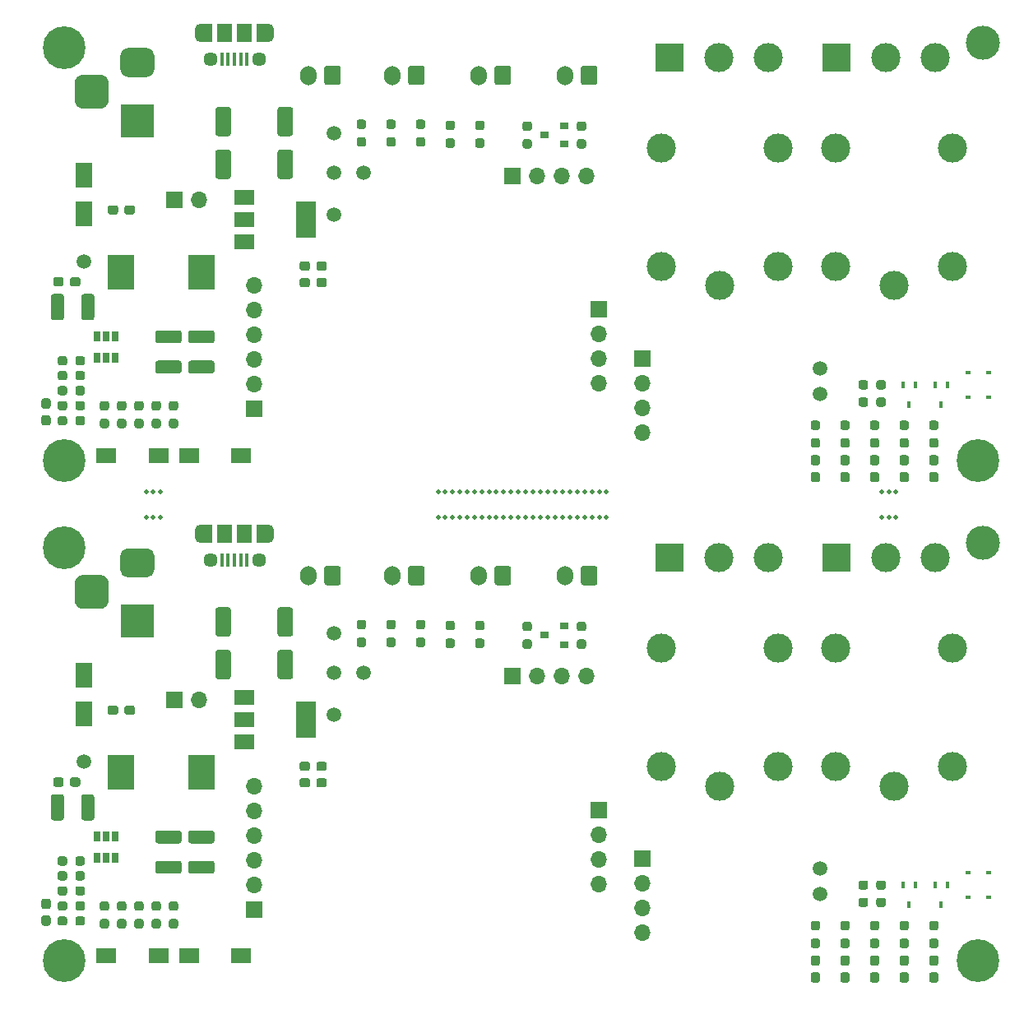
<source format=gbr>
G04 #@! TF.GenerationSoftware,KiCad,Pcbnew,5.1.9-73d0e3b20d~88~ubuntu18.04.1*
G04 #@! TF.CreationDate,2021-03-27T22:47:01+02:00*
G04 #@! TF.ProjectId,,58585858-5858-4585-9858-585858585858,1*
G04 #@! TF.SameCoordinates,Original*
G04 #@! TF.FileFunction,Soldermask,Top*
G04 #@! TF.FilePolarity,Negative*
%FSLAX46Y46*%
G04 Gerber Fmt 4.6, Leading zero omitted, Abs format (unit mm)*
G04 Created by KiCad (PCBNEW 5.1.9-73d0e3b20d~88~ubuntu18.04.1) date 2021-03-27 22:47:01*
%MOMM*%
%LPD*%
G01*
G04 APERTURE LIST*
%ADD10R,0.650000X1.060000*%
%ADD11R,2.000000X1.500000*%
%ADD12R,2.000000X3.800000*%
%ADD13C,1.500000*%
%ADD14R,3.500000X3.500000*%
%ADD15C,3.000000*%
%ADD16R,0.450000X0.700000*%
%ADD17R,0.600000X0.450000*%
%ADD18O,1.700000X2.000000*%
%ADD19C,0.700000*%
%ADD20C,4.400000*%
%ADD21R,0.900000X0.800000*%
%ADD22O,1.700000X1.700000*%
%ADD23R,1.700000X1.700000*%
%ADD24R,3.000000X3.000000*%
%ADD25R,2.700000X3.600000*%
%ADD26R,1.800000X2.500000*%
%ADD27R,1.200000X1.900000*%
%ADD28O,1.200000X1.900000*%
%ADD29R,1.500000X1.900000*%
%ADD30C,1.450000*%
%ADD31R,0.400000X1.350000*%
%ADD32C,2.600000*%
%ADD33C,3.500000*%
%ADD34R,2.000000X1.600000*%
%ADD35C,0.500000*%
G04 APERTURE END LIST*
D10*
X103250000Y-135400000D03*
X104200000Y-135400000D03*
X102300000Y-135400000D03*
X102300000Y-133200000D03*
X103250000Y-133200000D03*
X104200000Y-133200000D03*
D11*
X117474000Y-118886000D03*
X117474000Y-123486000D03*
X117474000Y-121186000D03*
D12*
X123774000Y-121186000D03*
D13*
X129768000Y-116360000D03*
G36*
G01*
X98250000Y-140587500D02*
X98250000Y-140112500D01*
G75*
G02*
X98487500Y-139875000I237500J0D01*
G01*
X98987500Y-139875000D01*
G75*
G02*
X99225000Y-140112500I0J-237500D01*
G01*
X99225000Y-140587500D01*
G75*
G02*
X98987500Y-140825000I-237500J0D01*
G01*
X98487500Y-140825000D01*
G75*
G02*
X98250000Y-140587500I0J237500D01*
G01*
G37*
G36*
G01*
X100075000Y-140587500D02*
X100075000Y-140112500D01*
G75*
G02*
X100312500Y-139875000I237500J0D01*
G01*
X100812500Y-139875000D01*
G75*
G02*
X101050000Y-140112500I0J-237500D01*
G01*
X101050000Y-140587500D01*
G75*
G02*
X100812500Y-140825000I-237500J0D01*
G01*
X100312500Y-140825000D01*
G75*
G02*
X100075000Y-140587500I0J237500D01*
G01*
G37*
X176700000Y-136525000D03*
D14*
X106450000Y-111025000D03*
G36*
G01*
X105450000Y-103525000D02*
X107450000Y-103525000D01*
G75*
G02*
X108200000Y-104275000I0J-750000D01*
G01*
X108200000Y-105775000D01*
G75*
G02*
X107450000Y-106525000I-750000J0D01*
G01*
X105450000Y-106525000D01*
G75*
G02*
X104700000Y-105775000I0J750000D01*
G01*
X104700000Y-104275000D01*
G75*
G02*
X105450000Y-103525000I750000J0D01*
G01*
G37*
G36*
G01*
X100875000Y-106275000D02*
X102625000Y-106275000D01*
G75*
G02*
X103500000Y-107150000I0J-875000D01*
G01*
X103500000Y-108900000D01*
G75*
G02*
X102625000Y-109775000I-875000J0D01*
G01*
X100875000Y-109775000D01*
G75*
G02*
X100000000Y-108900000I0J875000D01*
G01*
X100000000Y-107150000D01*
G75*
G02*
X100875000Y-106275000I875000J0D01*
G01*
G37*
D15*
X166370000Y-128000000D03*
X160370000Y-126000000D03*
X160370000Y-113800000D03*
X172370000Y-113800000D03*
X172370000Y-126000000D03*
G36*
G01*
X181667000Y-139744500D02*
X181667000Y-140219500D01*
G75*
G02*
X181429500Y-140457000I-237500J0D01*
G01*
X180929500Y-140457000D01*
G75*
G02*
X180692000Y-140219500I0J237500D01*
G01*
X180692000Y-139744500D01*
G75*
G02*
X180929500Y-139507000I237500J0D01*
G01*
X181429500Y-139507000D01*
G75*
G02*
X181667000Y-139744500I0J-237500D01*
G01*
G37*
G36*
G01*
X183492000Y-139744500D02*
X183492000Y-140219500D01*
G75*
G02*
X183254500Y-140457000I-237500J0D01*
G01*
X182754500Y-140457000D01*
G75*
G02*
X182517000Y-140219500I0J237500D01*
G01*
X182517000Y-139744500D01*
G75*
G02*
X182754500Y-139507000I237500J0D01*
G01*
X183254500Y-139507000D01*
G75*
G02*
X183492000Y-139744500I0J-237500D01*
G01*
G37*
D16*
X186552000Y-138220000D03*
X185252000Y-138220000D03*
X185902000Y-140220000D03*
G36*
G01*
X185631500Y-146490000D02*
X185156500Y-146490000D01*
G75*
G02*
X184919000Y-146252500I0J237500D01*
G01*
X184919000Y-145677500D01*
G75*
G02*
X185156500Y-145440000I237500J0D01*
G01*
X185631500Y-145440000D01*
G75*
G02*
X185869000Y-145677500I0J-237500D01*
G01*
X185869000Y-146252500D01*
G75*
G02*
X185631500Y-146490000I-237500J0D01*
G01*
G37*
G36*
G01*
X185631500Y-148240000D02*
X185156500Y-148240000D01*
G75*
G02*
X184919000Y-148002500I0J237500D01*
G01*
X184919000Y-147427500D01*
G75*
G02*
X185156500Y-147190000I237500J0D01*
G01*
X185631500Y-147190000D01*
G75*
G02*
X185869000Y-147427500I0J-237500D01*
G01*
X185869000Y-148002500D01*
G75*
G02*
X185631500Y-148240000I-237500J0D01*
G01*
G37*
D17*
X191964000Y-136934000D03*
X194064000Y-136934000D03*
D16*
X189204000Y-140220000D03*
X188554000Y-138220000D03*
X189854000Y-138220000D03*
G36*
G01*
X100075000Y-142137500D02*
X100075000Y-141662500D01*
G75*
G02*
X100312500Y-141425000I237500J0D01*
G01*
X100812500Y-141425000D01*
G75*
G02*
X101050000Y-141662500I0J-237500D01*
G01*
X101050000Y-142137500D01*
G75*
G02*
X100812500Y-142375000I-237500J0D01*
G01*
X100312500Y-142375000D01*
G75*
G02*
X100075000Y-142137500I0J237500D01*
G01*
G37*
G36*
G01*
X98250000Y-142137500D02*
X98250000Y-141662500D01*
G75*
G02*
X98487500Y-141425000I237500J0D01*
G01*
X98987500Y-141425000D01*
G75*
G02*
X99225000Y-141662500I0J-237500D01*
G01*
X99225000Y-142137500D01*
G75*
G02*
X98987500Y-142375000I-237500J0D01*
G01*
X98487500Y-142375000D01*
G75*
G02*
X98250000Y-142137500I0J237500D01*
G01*
G37*
G36*
G01*
X114150003Y-137037500D02*
X111949997Y-137037500D01*
G75*
G02*
X111700000Y-136787503I0J249997D01*
G01*
X111700000Y-135962497D01*
G75*
G02*
X111949997Y-135712500I249997J0D01*
G01*
X114150003Y-135712500D01*
G75*
G02*
X114400000Y-135962497I0J-249997D01*
G01*
X114400000Y-136787503D01*
G75*
G02*
X114150003Y-137037500I-249997J0D01*
G01*
G37*
G36*
G01*
X114150003Y-133912500D02*
X111949997Y-133912500D01*
G75*
G02*
X111700000Y-133662503I0J249997D01*
G01*
X111700000Y-132837497D01*
G75*
G02*
X111949997Y-132587500I249997J0D01*
G01*
X114150003Y-132587500D01*
G75*
G02*
X114400000Y-132837497I0J-249997D01*
G01*
X114400000Y-133662503D01*
G75*
G02*
X114150003Y-133912500I-249997J0D01*
G01*
G37*
G36*
G01*
X153811000Y-105596000D02*
X153811000Y-107096000D01*
G75*
G02*
X153561000Y-107346000I-250000J0D01*
G01*
X152361000Y-107346000D01*
G75*
G02*
X152111000Y-107096000I0J250000D01*
G01*
X152111000Y-105596000D01*
G75*
G02*
X152361000Y-105346000I250000J0D01*
G01*
X153561000Y-105346000D01*
G75*
G02*
X153811000Y-105596000I0J-250000D01*
G01*
G37*
D18*
X150461000Y-106346000D03*
D19*
X100116726Y-102333274D03*
X98950000Y-101850000D03*
X97783274Y-102333274D03*
X97300000Y-103500000D03*
X97783274Y-104666726D03*
X98950000Y-105150000D03*
X100116726Y-104666726D03*
X100600000Y-103500000D03*
D20*
X98950000Y-103500000D03*
D19*
X194116726Y-144833274D03*
X192950000Y-144350000D03*
X191783274Y-144833274D03*
X191300000Y-146000000D03*
X191783274Y-147166726D03*
X192950000Y-147650000D03*
X194116726Y-147166726D03*
X194600000Y-146000000D03*
D20*
X192950000Y-146000000D03*
D21*
X148376000Y-112490000D03*
X150376000Y-111540000D03*
X150376000Y-113440000D03*
G36*
G01*
X124225000Y-125737500D02*
X124225000Y-126212500D01*
G75*
G02*
X123987500Y-126450000I-237500J0D01*
G01*
X123387500Y-126450000D01*
G75*
G02*
X123150000Y-126212500I0J237500D01*
G01*
X123150000Y-125737500D01*
G75*
G02*
X123387500Y-125500000I237500J0D01*
G01*
X123987500Y-125500000D01*
G75*
G02*
X124225000Y-125737500I0J-237500D01*
G01*
G37*
G36*
G01*
X125950000Y-125737500D02*
X125950000Y-126212500D01*
G75*
G02*
X125712500Y-126450000I-237500J0D01*
G01*
X125112500Y-126450000D01*
G75*
G02*
X124875000Y-126212500I0J237500D01*
G01*
X124875000Y-125737500D01*
G75*
G02*
X125112500Y-125500000I237500J0D01*
G01*
X125712500Y-125500000D01*
G75*
G02*
X125950000Y-125737500I0J-237500D01*
G01*
G37*
G36*
G01*
X127395000Y-105596000D02*
X127395000Y-107096000D01*
G75*
G02*
X127145000Y-107346000I-250000J0D01*
G01*
X125945000Y-107346000D01*
G75*
G02*
X125695000Y-107096000I0J250000D01*
G01*
X125695000Y-105596000D01*
G75*
G02*
X125945000Y-105346000I250000J0D01*
G01*
X127145000Y-105346000D01*
G75*
G02*
X127395000Y-105596000I0J-250000D01*
G01*
G37*
D18*
X124045000Y-106346000D03*
G36*
G01*
X100587500Y-127362500D02*
X100587500Y-127837500D01*
G75*
G02*
X100350000Y-128075000I-237500J0D01*
G01*
X99750000Y-128075000D01*
G75*
G02*
X99512500Y-127837500I0J237500D01*
G01*
X99512500Y-127362500D01*
G75*
G02*
X99750000Y-127125000I237500J0D01*
G01*
X100350000Y-127125000D01*
G75*
G02*
X100587500Y-127362500I0J-237500D01*
G01*
G37*
G36*
G01*
X98862500Y-127362500D02*
X98862500Y-127837500D01*
G75*
G02*
X98625000Y-128075000I-237500J0D01*
G01*
X98025000Y-128075000D01*
G75*
G02*
X97787500Y-127837500I0J237500D01*
G01*
X97787500Y-127362500D01*
G75*
G02*
X98025000Y-127125000I237500J0D01*
G01*
X98625000Y-127125000D01*
G75*
G02*
X98862500Y-127362500I0J-237500D01*
G01*
G37*
G36*
G01*
X101050000Y-137012500D02*
X101050000Y-137487500D01*
G75*
G02*
X100812500Y-137725000I-237500J0D01*
G01*
X100312500Y-137725000D01*
G75*
G02*
X100075000Y-137487500I0J237500D01*
G01*
X100075000Y-137012500D01*
G75*
G02*
X100312500Y-136775000I237500J0D01*
G01*
X100812500Y-136775000D01*
G75*
G02*
X101050000Y-137012500I0J-237500D01*
G01*
G37*
G36*
G01*
X99225000Y-137012500D02*
X99225000Y-137487500D01*
G75*
G02*
X98987500Y-137725000I-237500J0D01*
G01*
X98487500Y-137725000D01*
G75*
G02*
X98250000Y-137487500I0J237500D01*
G01*
X98250000Y-137012500D01*
G75*
G02*
X98487500Y-136775000I237500J0D01*
G01*
X98987500Y-136775000D01*
G75*
G02*
X99225000Y-137012500I0J-237500D01*
G01*
G37*
D22*
X112840000Y-119150000D03*
D23*
X110300000Y-119150000D03*
D18*
X141571000Y-106346000D03*
G36*
G01*
X144921000Y-105596000D02*
X144921000Y-107096000D01*
G75*
G02*
X144671000Y-107346000I-250000J0D01*
G01*
X143471000Y-107346000D01*
G75*
G02*
X143221000Y-107096000I0J250000D01*
G01*
X143221000Y-105596000D01*
G75*
G02*
X143471000Y-105346000I250000J0D01*
G01*
X144671000Y-105346000D01*
G75*
G02*
X144921000Y-105596000I0J-250000D01*
G01*
G37*
G36*
G01*
X102012500Y-129099997D02*
X102012500Y-131300003D01*
G75*
G02*
X101762503Y-131550000I-249997J0D01*
G01*
X100937497Y-131550000D01*
G75*
G02*
X100687500Y-131300003I0J249997D01*
G01*
X100687500Y-129099997D01*
G75*
G02*
X100937497Y-128850000I249997J0D01*
G01*
X101762503Y-128850000D01*
G75*
G02*
X102012500Y-129099997I0J-249997D01*
G01*
G37*
G36*
G01*
X98887500Y-129099997D02*
X98887500Y-131300003D01*
G75*
G02*
X98637503Y-131550000I-249997J0D01*
G01*
X97812497Y-131550000D01*
G75*
G02*
X97562500Y-131300003I0J249997D01*
G01*
X97562500Y-129099997D01*
G75*
G02*
X97812497Y-128850000I249997J0D01*
G01*
X98637503Y-128850000D01*
G75*
G02*
X98887500Y-129099997I0J-249997D01*
G01*
G37*
D24*
X161210000Y-104510000D03*
D15*
X166290000Y-104510000D03*
X171370000Y-104510000D03*
X190370000Y-126000000D03*
X190370000Y-113800000D03*
X178370000Y-113800000D03*
X178370000Y-126000000D03*
X184370000Y-128000000D03*
G36*
G01*
X98250000Y-135962500D02*
X98250000Y-135487500D01*
G75*
G02*
X98487500Y-135250000I237500J0D01*
G01*
X98987500Y-135250000D01*
G75*
G02*
X99225000Y-135487500I0J-237500D01*
G01*
X99225000Y-135962500D01*
G75*
G02*
X98987500Y-136200000I-237500J0D01*
G01*
X98487500Y-136200000D01*
G75*
G02*
X98250000Y-135962500I0J237500D01*
G01*
G37*
G36*
G01*
X100075000Y-135962500D02*
X100075000Y-135487500D01*
G75*
G02*
X100312500Y-135250000I237500J0D01*
G01*
X100812500Y-135250000D01*
G75*
G02*
X101050000Y-135487500I0J-237500D01*
G01*
X101050000Y-135962500D01*
G75*
G02*
X100812500Y-136200000I-237500J0D01*
G01*
X100312500Y-136200000D01*
G75*
G02*
X100075000Y-135962500I0J237500D01*
G01*
G37*
D23*
X153950000Y-130460000D03*
D22*
X153950000Y-133000000D03*
X153950000Y-135540000D03*
X153950000Y-138080000D03*
D25*
X113050000Y-126600000D03*
X104750000Y-126600000D03*
G36*
G01*
X122223000Y-112604000D02*
X121123000Y-112604000D01*
G75*
G02*
X120873000Y-112354000I0J250000D01*
G01*
X120873000Y-109854000D01*
G75*
G02*
X121123000Y-109604000I250000J0D01*
G01*
X122223000Y-109604000D01*
G75*
G02*
X122473000Y-109854000I0J-250000D01*
G01*
X122473000Y-112354000D01*
G75*
G02*
X122223000Y-112604000I-250000J0D01*
G01*
G37*
G36*
G01*
X122223000Y-117004000D02*
X121123000Y-117004000D01*
G75*
G02*
X120873000Y-116754000I0J250000D01*
G01*
X120873000Y-114254000D01*
G75*
G02*
X121123000Y-114004000I250000J0D01*
G01*
X122223000Y-114004000D01*
G75*
G02*
X122473000Y-114254000I0J-250000D01*
G01*
X122473000Y-116754000D01*
G75*
G02*
X122223000Y-117004000I-250000J0D01*
G01*
G37*
D23*
X158450000Y-135500000D03*
D22*
X158450000Y-138040000D03*
X158450000Y-140580000D03*
X158450000Y-143120000D03*
G36*
G01*
X115836000Y-117004000D02*
X114736000Y-117004000D01*
G75*
G02*
X114486000Y-116754000I0J250000D01*
G01*
X114486000Y-114254000D01*
G75*
G02*
X114736000Y-114004000I250000J0D01*
G01*
X115836000Y-114004000D01*
G75*
G02*
X116086000Y-114254000I0J-250000D01*
G01*
X116086000Y-116754000D01*
G75*
G02*
X115836000Y-117004000I-250000J0D01*
G01*
G37*
G36*
G01*
X115836000Y-112604000D02*
X114736000Y-112604000D01*
G75*
G02*
X114486000Y-112354000I0J250000D01*
G01*
X114486000Y-109854000D01*
G75*
G02*
X114736000Y-109604000I250000J0D01*
G01*
X115836000Y-109604000D01*
G75*
G02*
X116086000Y-109854000I0J-250000D01*
G01*
X116086000Y-112354000D01*
G75*
G02*
X115836000Y-112604000I-250000J0D01*
G01*
G37*
X118450000Y-128000000D03*
X118450000Y-130540000D03*
X118450000Y-133080000D03*
X118450000Y-135620000D03*
X118450000Y-138160000D03*
D23*
X118450000Y-140700000D03*
G36*
G01*
X176487500Y-144684000D02*
X176012500Y-144684000D01*
G75*
G02*
X175775000Y-144446500I0J237500D01*
G01*
X175775000Y-143946500D01*
G75*
G02*
X176012500Y-143709000I237500J0D01*
G01*
X176487500Y-143709000D01*
G75*
G02*
X176725000Y-143946500I0J-237500D01*
G01*
X176725000Y-144446500D01*
G75*
G02*
X176487500Y-144684000I-237500J0D01*
G01*
G37*
G36*
G01*
X176487500Y-142859000D02*
X176012500Y-142859000D01*
G75*
G02*
X175775000Y-142621500I0J237500D01*
G01*
X175775000Y-142121500D01*
G75*
G02*
X176012500Y-141884000I237500J0D01*
G01*
X176487500Y-141884000D01*
G75*
G02*
X176725000Y-142121500I0J-237500D01*
G01*
X176725000Y-142621500D01*
G75*
G02*
X176487500Y-142859000I-237500J0D01*
G01*
G37*
G36*
G01*
X188679500Y-148240000D02*
X188204500Y-148240000D01*
G75*
G02*
X187967000Y-148002500I0J237500D01*
G01*
X187967000Y-147427500D01*
G75*
G02*
X188204500Y-147190000I237500J0D01*
G01*
X188679500Y-147190000D01*
G75*
G02*
X188917000Y-147427500I0J-237500D01*
G01*
X188917000Y-148002500D01*
G75*
G02*
X188679500Y-148240000I-237500J0D01*
G01*
G37*
G36*
G01*
X188679500Y-146490000D02*
X188204500Y-146490000D01*
G75*
G02*
X187967000Y-146252500I0J237500D01*
G01*
X187967000Y-145677500D01*
G75*
G02*
X188204500Y-145440000I237500J0D01*
G01*
X188679500Y-145440000D01*
G75*
G02*
X188917000Y-145677500I0J-237500D01*
G01*
X188917000Y-146252500D01*
G75*
G02*
X188679500Y-146490000I-237500J0D01*
G01*
G37*
D26*
X100950000Y-120600000D03*
X100950000Y-116600000D03*
G36*
G01*
X105125000Y-120437500D02*
X105125000Y-119962500D01*
G75*
G02*
X105362500Y-119725000I237500J0D01*
G01*
X105962500Y-119725000D01*
G75*
G02*
X106200000Y-119962500I0J-237500D01*
G01*
X106200000Y-120437500D01*
G75*
G02*
X105962500Y-120675000I-237500J0D01*
G01*
X105362500Y-120675000D01*
G75*
G02*
X105125000Y-120437500I0J237500D01*
G01*
G37*
G36*
G01*
X103400000Y-120437500D02*
X103400000Y-119962500D01*
G75*
G02*
X103637500Y-119725000I237500J0D01*
G01*
X104237500Y-119725000D01*
G75*
G02*
X104475000Y-119962500I0J-237500D01*
G01*
X104475000Y-120437500D01*
G75*
G02*
X104237500Y-120675000I-237500J0D01*
G01*
X103637500Y-120675000D01*
G75*
G02*
X103400000Y-120437500I0J237500D01*
G01*
G37*
G36*
G01*
X182583500Y-148240000D02*
X182108500Y-148240000D01*
G75*
G02*
X181871000Y-148002500I0J237500D01*
G01*
X181871000Y-147427500D01*
G75*
G02*
X182108500Y-147190000I237500J0D01*
G01*
X182583500Y-147190000D01*
G75*
G02*
X182821000Y-147427500I0J-237500D01*
G01*
X182821000Y-148002500D01*
G75*
G02*
X182583500Y-148240000I-237500J0D01*
G01*
G37*
G36*
G01*
X182583500Y-146490000D02*
X182108500Y-146490000D01*
G75*
G02*
X181871000Y-146252500I0J237500D01*
G01*
X181871000Y-145677500D01*
G75*
G02*
X182108500Y-145440000I237500J0D01*
G01*
X182583500Y-145440000D01*
G75*
G02*
X182821000Y-145677500I0J-237500D01*
G01*
X182821000Y-146252500D01*
G75*
G02*
X182583500Y-146490000I-237500J0D01*
G01*
G37*
G36*
G01*
X179535500Y-146490000D02*
X179060500Y-146490000D01*
G75*
G02*
X178823000Y-146252500I0J237500D01*
G01*
X178823000Y-145677500D01*
G75*
G02*
X179060500Y-145440000I237500J0D01*
G01*
X179535500Y-145440000D01*
G75*
G02*
X179773000Y-145677500I0J-237500D01*
G01*
X179773000Y-146252500D01*
G75*
G02*
X179535500Y-146490000I-237500J0D01*
G01*
G37*
G36*
G01*
X179535500Y-148240000D02*
X179060500Y-148240000D01*
G75*
G02*
X178823000Y-148002500I0J237500D01*
G01*
X178823000Y-147427500D01*
G75*
G02*
X179060500Y-147190000I237500J0D01*
G01*
X179535500Y-147190000D01*
G75*
G02*
X179773000Y-147427500I0J-237500D01*
G01*
X179773000Y-148002500D01*
G75*
G02*
X179535500Y-148240000I-237500J0D01*
G01*
G37*
D27*
X119350000Y-102012500D03*
X113550000Y-102012500D03*
D28*
X112950000Y-102012500D03*
X119950000Y-102012500D03*
D29*
X117450000Y-102012500D03*
D30*
X113950000Y-104712500D03*
D31*
X116450000Y-104712500D03*
X115800000Y-104712500D03*
X115150000Y-104712500D03*
X117750000Y-104712500D03*
X117100000Y-104712500D03*
D30*
X118950000Y-104712500D03*
D29*
X115450000Y-102012500D03*
D15*
X188620000Y-104510000D03*
X183540000Y-104510000D03*
D24*
X178460000Y-104510000D03*
D32*
X193450000Y-103000000D03*
D33*
X193450000Y-103000000D03*
G36*
G01*
X110750003Y-133912500D02*
X108549997Y-133912500D01*
G75*
G02*
X108300000Y-133662503I0J249997D01*
G01*
X108300000Y-132837497D01*
G75*
G02*
X108549997Y-132587500I249997J0D01*
G01*
X110750003Y-132587500D01*
G75*
G02*
X111000000Y-132837497I0J-249997D01*
G01*
X111000000Y-133662503D01*
G75*
G02*
X110750003Y-133912500I-249997J0D01*
G01*
G37*
G36*
G01*
X110750003Y-137037500D02*
X108549997Y-137037500D01*
G75*
G02*
X108300000Y-136787503I0J249997D01*
G01*
X108300000Y-135962497D01*
G75*
G02*
X108549997Y-135712500I249997J0D01*
G01*
X110750003Y-135712500D01*
G75*
G02*
X111000000Y-135962497I0J-249997D01*
G01*
X111000000Y-136787503D01*
G75*
G02*
X110750003Y-137037500I-249997J0D01*
G01*
G37*
G36*
G01*
X125950000Y-127437500D02*
X125950000Y-127912500D01*
G75*
G02*
X125712500Y-128150000I-237500J0D01*
G01*
X125112500Y-128150000D01*
G75*
G02*
X124875000Y-127912500I0J237500D01*
G01*
X124875000Y-127437500D01*
G75*
G02*
X125112500Y-127200000I237500J0D01*
G01*
X125712500Y-127200000D01*
G75*
G02*
X125950000Y-127437500I0J-237500D01*
G01*
G37*
G36*
G01*
X124225000Y-127437500D02*
X124225000Y-127912500D01*
G75*
G02*
X123987500Y-128150000I-237500J0D01*
G01*
X123387500Y-128150000D01*
G75*
G02*
X123150000Y-127912500I0J237500D01*
G01*
X123150000Y-127437500D01*
G75*
G02*
X123387500Y-127200000I237500J0D01*
G01*
X123987500Y-127200000D01*
G75*
G02*
X124225000Y-127437500I0J-237500D01*
G01*
G37*
G36*
G01*
X97287500Y-140675000D02*
X96812500Y-140675000D01*
G75*
G02*
X96575000Y-140437500I0J237500D01*
G01*
X96575000Y-139837500D01*
G75*
G02*
X96812500Y-139600000I237500J0D01*
G01*
X97287500Y-139600000D01*
G75*
G02*
X97525000Y-139837500I0J-237500D01*
G01*
X97525000Y-140437500D01*
G75*
G02*
X97287500Y-140675000I-237500J0D01*
G01*
G37*
G36*
G01*
X97287500Y-142400000D02*
X96812500Y-142400000D01*
G75*
G02*
X96575000Y-142162500I0J237500D01*
G01*
X96575000Y-141562500D01*
G75*
G02*
X96812500Y-141325000I237500J0D01*
G01*
X97287500Y-141325000D01*
G75*
G02*
X97525000Y-141562500I0J-237500D01*
G01*
X97525000Y-142162500D01*
G75*
G02*
X97287500Y-142400000I-237500J0D01*
G01*
G37*
D22*
X152670000Y-116700000D03*
X150130000Y-116700000D03*
X147590000Y-116700000D03*
D23*
X145050000Y-116700000D03*
G36*
G01*
X101050000Y-138562500D02*
X101050000Y-139037500D01*
G75*
G02*
X100812500Y-139275000I-237500J0D01*
G01*
X100312500Y-139275000D01*
G75*
G02*
X100075000Y-139037500I0J237500D01*
G01*
X100075000Y-138562500D01*
G75*
G02*
X100312500Y-138325000I237500J0D01*
G01*
X100812500Y-138325000D01*
G75*
G02*
X101050000Y-138562500I0J-237500D01*
G01*
G37*
G36*
G01*
X99225000Y-138562500D02*
X99225000Y-139037500D01*
G75*
G02*
X98987500Y-139275000I-237500J0D01*
G01*
X98487500Y-139275000D01*
G75*
G02*
X98250000Y-139037500I0J237500D01*
G01*
X98250000Y-138562500D01*
G75*
G02*
X98487500Y-138325000I237500J0D01*
G01*
X98987500Y-138325000D01*
G75*
G02*
X99225000Y-138562500I0J-237500D01*
G01*
G37*
D20*
X98950000Y-146000000D03*
D19*
X100600000Y-146000000D03*
X100116726Y-147166726D03*
X98950000Y-147650000D03*
X97783274Y-147166726D03*
X97300000Y-146000000D03*
X97783274Y-144833274D03*
X98950000Y-144350000D03*
X100116726Y-144833274D03*
D18*
X132681000Y-106346000D03*
G36*
G01*
X136031000Y-105596000D02*
X136031000Y-107096000D01*
G75*
G02*
X135781000Y-107346000I-250000J0D01*
G01*
X134581000Y-107346000D01*
G75*
G02*
X134331000Y-107096000I0J250000D01*
G01*
X134331000Y-105596000D01*
G75*
G02*
X134581000Y-105346000I250000J0D01*
G01*
X135781000Y-105346000D01*
G75*
G02*
X136031000Y-105596000I0J-250000D01*
G01*
G37*
G36*
G01*
X138895500Y-113799500D02*
X138420500Y-113799500D01*
G75*
G02*
X138183000Y-113562000I0J237500D01*
G01*
X138183000Y-113062000D01*
G75*
G02*
X138420500Y-112824500I237500J0D01*
G01*
X138895500Y-112824500D01*
G75*
G02*
X139133000Y-113062000I0J-237500D01*
G01*
X139133000Y-113562000D01*
G75*
G02*
X138895500Y-113799500I-237500J0D01*
G01*
G37*
G36*
G01*
X138895500Y-111974500D02*
X138420500Y-111974500D01*
G75*
G02*
X138183000Y-111737000I0J237500D01*
G01*
X138183000Y-111237000D01*
G75*
G02*
X138420500Y-110999500I237500J0D01*
G01*
X138895500Y-110999500D01*
G75*
G02*
X139133000Y-111237000I0J-237500D01*
G01*
X139133000Y-111737000D01*
G75*
G02*
X138895500Y-111974500I-237500J0D01*
G01*
G37*
G36*
G01*
X185156500Y-141884000D02*
X185631500Y-141884000D01*
G75*
G02*
X185869000Y-142121500I0J-237500D01*
G01*
X185869000Y-142621500D01*
G75*
G02*
X185631500Y-142859000I-237500J0D01*
G01*
X185156500Y-142859000D01*
G75*
G02*
X184919000Y-142621500I0J237500D01*
G01*
X184919000Y-142121500D01*
G75*
G02*
X185156500Y-141884000I237500J0D01*
G01*
G37*
G36*
G01*
X185156500Y-143709000D02*
X185631500Y-143709000D01*
G75*
G02*
X185869000Y-143946500I0J-237500D01*
G01*
X185869000Y-144446500D01*
G75*
G02*
X185631500Y-144684000I-237500J0D01*
G01*
X185156500Y-144684000D01*
G75*
G02*
X184919000Y-144446500I0J237500D01*
G01*
X184919000Y-143946500D01*
G75*
G02*
X185156500Y-143709000I237500J0D01*
G01*
G37*
G36*
G01*
X183492000Y-137966500D02*
X183492000Y-138441500D01*
G75*
G02*
X183254500Y-138679000I-237500J0D01*
G01*
X182754500Y-138679000D01*
G75*
G02*
X182517000Y-138441500I0J237500D01*
G01*
X182517000Y-137966500D01*
G75*
G02*
X182754500Y-137729000I237500J0D01*
G01*
X183254500Y-137729000D01*
G75*
G02*
X183492000Y-137966500I0J-237500D01*
G01*
G37*
G36*
G01*
X181667000Y-137966500D02*
X181667000Y-138441500D01*
G75*
G02*
X181429500Y-138679000I-237500J0D01*
G01*
X180929500Y-138679000D01*
G75*
G02*
X180692000Y-138441500I0J237500D01*
G01*
X180692000Y-137966500D01*
G75*
G02*
X180929500Y-137729000I237500J0D01*
G01*
X181429500Y-137729000D01*
G75*
G02*
X181667000Y-137966500I0J-237500D01*
G01*
G37*
G36*
G01*
X188204500Y-143709000D02*
X188679500Y-143709000D01*
G75*
G02*
X188917000Y-143946500I0J-237500D01*
G01*
X188917000Y-144446500D01*
G75*
G02*
X188679500Y-144684000I-237500J0D01*
G01*
X188204500Y-144684000D01*
G75*
G02*
X187967000Y-144446500I0J237500D01*
G01*
X187967000Y-143946500D01*
G75*
G02*
X188204500Y-143709000I237500J0D01*
G01*
G37*
G36*
G01*
X188204500Y-141884000D02*
X188679500Y-141884000D01*
G75*
G02*
X188917000Y-142121500I0J-237500D01*
G01*
X188917000Y-142621500D01*
G75*
G02*
X188679500Y-142859000I-237500J0D01*
G01*
X188204500Y-142859000D01*
G75*
G02*
X187967000Y-142621500I0J237500D01*
G01*
X187967000Y-142121500D01*
G75*
G02*
X188204500Y-141884000I237500J0D01*
G01*
G37*
G36*
G01*
X105075500Y-140849000D02*
X104600500Y-140849000D01*
G75*
G02*
X104363000Y-140611500I0J237500D01*
G01*
X104363000Y-140111500D01*
G75*
G02*
X104600500Y-139874000I237500J0D01*
G01*
X105075500Y-139874000D01*
G75*
G02*
X105313000Y-140111500I0J-237500D01*
G01*
X105313000Y-140611500D01*
G75*
G02*
X105075500Y-140849000I-237500J0D01*
G01*
G37*
G36*
G01*
X105075500Y-142674000D02*
X104600500Y-142674000D01*
G75*
G02*
X104363000Y-142436500I0J237500D01*
G01*
X104363000Y-141936500D01*
G75*
G02*
X104600500Y-141699000I237500J0D01*
G01*
X105075500Y-141699000D01*
G75*
G02*
X105313000Y-141936500I0J-237500D01*
G01*
X105313000Y-142436500D01*
G75*
G02*
X105075500Y-142674000I-237500J0D01*
G01*
G37*
G36*
G01*
X141943500Y-111974500D02*
X141468500Y-111974500D01*
G75*
G02*
X141231000Y-111737000I0J237500D01*
G01*
X141231000Y-111237000D01*
G75*
G02*
X141468500Y-110999500I237500J0D01*
G01*
X141943500Y-110999500D01*
G75*
G02*
X142181000Y-111237000I0J-237500D01*
G01*
X142181000Y-111737000D01*
G75*
G02*
X141943500Y-111974500I-237500J0D01*
G01*
G37*
G36*
G01*
X141943500Y-113799500D02*
X141468500Y-113799500D01*
G75*
G02*
X141231000Y-113562000I0J237500D01*
G01*
X141231000Y-113062000D01*
G75*
G02*
X141468500Y-112824500I237500J0D01*
G01*
X141943500Y-112824500D01*
G75*
G02*
X142181000Y-113062000I0J-237500D01*
G01*
X142181000Y-113562000D01*
G75*
G02*
X141943500Y-113799500I-237500J0D01*
G01*
G37*
G36*
G01*
X106378500Y-139874000D02*
X106853500Y-139874000D01*
G75*
G02*
X107091000Y-140111500I0J-237500D01*
G01*
X107091000Y-140611500D01*
G75*
G02*
X106853500Y-140849000I-237500J0D01*
G01*
X106378500Y-140849000D01*
G75*
G02*
X106141000Y-140611500I0J237500D01*
G01*
X106141000Y-140111500D01*
G75*
G02*
X106378500Y-139874000I237500J0D01*
G01*
G37*
G36*
G01*
X106378500Y-141699000D02*
X106853500Y-141699000D01*
G75*
G02*
X107091000Y-141936500I0J-237500D01*
G01*
X107091000Y-142436500D01*
G75*
G02*
X106853500Y-142674000I-237500J0D01*
G01*
X106378500Y-142674000D01*
G75*
G02*
X106141000Y-142436500I0J237500D01*
G01*
X106141000Y-141936500D01*
G75*
G02*
X106378500Y-141699000I237500J0D01*
G01*
G37*
G36*
G01*
X179535500Y-144684000D02*
X179060500Y-144684000D01*
G75*
G02*
X178823000Y-144446500I0J237500D01*
G01*
X178823000Y-143946500D01*
G75*
G02*
X179060500Y-143709000I237500J0D01*
G01*
X179535500Y-143709000D01*
G75*
G02*
X179773000Y-143946500I0J-237500D01*
G01*
X179773000Y-144446500D01*
G75*
G02*
X179535500Y-144684000I-237500J0D01*
G01*
G37*
G36*
G01*
X179535500Y-142859000D02*
X179060500Y-142859000D01*
G75*
G02*
X178823000Y-142621500I0J237500D01*
G01*
X178823000Y-142121500D01*
G75*
G02*
X179060500Y-141884000I237500J0D01*
G01*
X179535500Y-141884000D01*
G75*
G02*
X179773000Y-142121500I0J-237500D01*
G01*
X179773000Y-142621500D01*
G75*
G02*
X179535500Y-142859000I-237500J0D01*
G01*
G37*
G36*
G01*
X108156500Y-141699000D02*
X108631500Y-141699000D01*
G75*
G02*
X108869000Y-141936500I0J-237500D01*
G01*
X108869000Y-142436500D01*
G75*
G02*
X108631500Y-142674000I-237500J0D01*
G01*
X108156500Y-142674000D01*
G75*
G02*
X107919000Y-142436500I0J237500D01*
G01*
X107919000Y-141936500D01*
G75*
G02*
X108156500Y-141699000I237500J0D01*
G01*
G37*
G36*
G01*
X108156500Y-139874000D02*
X108631500Y-139874000D01*
G75*
G02*
X108869000Y-140111500I0J-237500D01*
G01*
X108869000Y-140611500D01*
G75*
G02*
X108631500Y-140849000I-237500J0D01*
G01*
X108156500Y-140849000D01*
G75*
G02*
X107919000Y-140611500I0J237500D01*
G01*
X107919000Y-140111500D01*
G75*
G02*
X108156500Y-139874000I237500J0D01*
G01*
G37*
G36*
G01*
X103297500Y-142674000D02*
X102822500Y-142674000D01*
G75*
G02*
X102585000Y-142436500I0J237500D01*
G01*
X102585000Y-141936500D01*
G75*
G02*
X102822500Y-141699000I237500J0D01*
G01*
X103297500Y-141699000D01*
G75*
G02*
X103535000Y-141936500I0J-237500D01*
G01*
X103535000Y-142436500D01*
G75*
G02*
X103297500Y-142674000I-237500J0D01*
G01*
G37*
G36*
G01*
X103297500Y-140849000D02*
X102822500Y-140849000D01*
G75*
G02*
X102585000Y-140611500I0J237500D01*
G01*
X102585000Y-140111500D01*
G75*
G02*
X102822500Y-139874000I237500J0D01*
G01*
X103297500Y-139874000D01*
G75*
G02*
X103535000Y-140111500I0J-237500D01*
G01*
X103535000Y-140611500D01*
G75*
G02*
X103297500Y-140849000I-237500J0D01*
G01*
G37*
G36*
G01*
X146819500Y-113890000D02*
X146344500Y-113890000D01*
G75*
G02*
X146107000Y-113652500I0J237500D01*
G01*
X146107000Y-113152500D01*
G75*
G02*
X146344500Y-112915000I237500J0D01*
G01*
X146819500Y-112915000D01*
G75*
G02*
X147057000Y-113152500I0J-237500D01*
G01*
X147057000Y-113652500D01*
G75*
G02*
X146819500Y-113890000I-237500J0D01*
G01*
G37*
G36*
G01*
X146819500Y-112065000D02*
X146344500Y-112065000D01*
G75*
G02*
X146107000Y-111827500I0J237500D01*
G01*
X146107000Y-111327500D01*
G75*
G02*
X146344500Y-111090000I237500J0D01*
G01*
X146819500Y-111090000D01*
G75*
G02*
X147057000Y-111327500I0J-237500D01*
G01*
X147057000Y-111827500D01*
G75*
G02*
X146819500Y-112065000I-237500J0D01*
G01*
G37*
G36*
G01*
X152407500Y-112065000D02*
X151932500Y-112065000D01*
G75*
G02*
X151695000Y-111827500I0J237500D01*
G01*
X151695000Y-111327500D01*
G75*
G02*
X151932500Y-111090000I237500J0D01*
G01*
X152407500Y-111090000D01*
G75*
G02*
X152645000Y-111327500I0J-237500D01*
G01*
X152645000Y-111827500D01*
G75*
G02*
X152407500Y-112065000I-237500J0D01*
G01*
G37*
G36*
G01*
X152407500Y-113890000D02*
X151932500Y-113890000D01*
G75*
G02*
X151695000Y-113652500I0J237500D01*
G01*
X151695000Y-113152500D01*
G75*
G02*
X151932500Y-112915000I237500J0D01*
G01*
X152407500Y-112915000D01*
G75*
G02*
X152645000Y-113152500I0J-237500D01*
G01*
X152645000Y-113652500D01*
G75*
G02*
X152407500Y-113890000I-237500J0D01*
G01*
G37*
D13*
X176725000Y-139125000D03*
X126720000Y-116360000D03*
X126700000Y-120678000D03*
X100950000Y-125500000D03*
X126720000Y-112296000D03*
G36*
G01*
X182583500Y-142859000D02*
X182108500Y-142859000D01*
G75*
G02*
X181871000Y-142621500I0J237500D01*
G01*
X181871000Y-142121500D01*
G75*
G02*
X182108500Y-141884000I237500J0D01*
G01*
X182583500Y-141884000D01*
G75*
G02*
X182821000Y-142121500I0J-237500D01*
G01*
X182821000Y-142621500D01*
G75*
G02*
X182583500Y-142859000I-237500J0D01*
G01*
G37*
G36*
G01*
X182583500Y-144684000D02*
X182108500Y-144684000D01*
G75*
G02*
X181871000Y-144446500I0J237500D01*
G01*
X181871000Y-143946500D01*
G75*
G02*
X182108500Y-143709000I237500J0D01*
G01*
X182583500Y-143709000D01*
G75*
G02*
X182821000Y-143946500I0J-237500D01*
G01*
X182821000Y-144446500D01*
G75*
G02*
X182583500Y-144684000I-237500J0D01*
G01*
G37*
G36*
G01*
X109934500Y-139874000D02*
X110409500Y-139874000D01*
G75*
G02*
X110647000Y-140111500I0J-237500D01*
G01*
X110647000Y-140611500D01*
G75*
G02*
X110409500Y-140849000I-237500J0D01*
G01*
X109934500Y-140849000D01*
G75*
G02*
X109697000Y-140611500I0J237500D01*
G01*
X109697000Y-140111500D01*
G75*
G02*
X109934500Y-139874000I237500J0D01*
G01*
G37*
G36*
G01*
X109934500Y-141699000D02*
X110409500Y-141699000D01*
G75*
G02*
X110647000Y-141936500I0J-237500D01*
G01*
X110647000Y-142436500D01*
G75*
G02*
X110409500Y-142674000I-237500J0D01*
G01*
X109934500Y-142674000D01*
G75*
G02*
X109697000Y-142436500I0J237500D01*
G01*
X109697000Y-141936500D01*
G75*
G02*
X109934500Y-141699000I237500J0D01*
G01*
G37*
G36*
G01*
X129276500Y-110896000D02*
X129751500Y-110896000D01*
G75*
G02*
X129989000Y-111133500I0J-237500D01*
G01*
X129989000Y-111633500D01*
G75*
G02*
X129751500Y-111871000I-237500J0D01*
G01*
X129276500Y-111871000D01*
G75*
G02*
X129039000Y-111633500I0J237500D01*
G01*
X129039000Y-111133500D01*
G75*
G02*
X129276500Y-110896000I237500J0D01*
G01*
G37*
G36*
G01*
X129276500Y-112721000D02*
X129751500Y-112721000D01*
G75*
G02*
X129989000Y-112958500I0J-237500D01*
G01*
X129989000Y-113458500D01*
G75*
G02*
X129751500Y-113696000I-237500J0D01*
G01*
X129276500Y-113696000D01*
G75*
G02*
X129039000Y-113458500I0J237500D01*
G01*
X129039000Y-112958500D01*
G75*
G02*
X129276500Y-112721000I237500J0D01*
G01*
G37*
G36*
G01*
X132324500Y-112721000D02*
X132799500Y-112721000D01*
G75*
G02*
X133037000Y-112958500I0J-237500D01*
G01*
X133037000Y-113458500D01*
G75*
G02*
X132799500Y-113696000I-237500J0D01*
G01*
X132324500Y-113696000D01*
G75*
G02*
X132087000Y-113458500I0J237500D01*
G01*
X132087000Y-112958500D01*
G75*
G02*
X132324500Y-112721000I237500J0D01*
G01*
G37*
G36*
G01*
X132324500Y-110896000D02*
X132799500Y-110896000D01*
G75*
G02*
X133037000Y-111133500I0J-237500D01*
G01*
X133037000Y-111633500D01*
G75*
G02*
X132799500Y-111871000I-237500J0D01*
G01*
X132324500Y-111871000D01*
G75*
G02*
X132087000Y-111633500I0J237500D01*
G01*
X132087000Y-111133500D01*
G75*
G02*
X132324500Y-110896000I237500J0D01*
G01*
G37*
G36*
G01*
X135372500Y-112721000D02*
X135847500Y-112721000D01*
G75*
G02*
X136085000Y-112958500I0J-237500D01*
G01*
X136085000Y-113458500D01*
G75*
G02*
X135847500Y-113696000I-237500J0D01*
G01*
X135372500Y-113696000D01*
G75*
G02*
X135135000Y-113458500I0J237500D01*
G01*
X135135000Y-112958500D01*
G75*
G02*
X135372500Y-112721000I237500J0D01*
G01*
G37*
G36*
G01*
X135372500Y-110896000D02*
X135847500Y-110896000D01*
G75*
G02*
X136085000Y-111133500I0J-237500D01*
G01*
X136085000Y-111633500D01*
G75*
G02*
X135847500Y-111871000I-237500J0D01*
G01*
X135372500Y-111871000D01*
G75*
G02*
X135135000Y-111633500I0J237500D01*
G01*
X135135000Y-111133500D01*
G75*
G02*
X135372500Y-110896000I237500J0D01*
G01*
G37*
D34*
X103250000Y-145500000D03*
X108650000Y-145500000D03*
X117150000Y-145500000D03*
X111750000Y-145500000D03*
D17*
X194064000Y-139474000D03*
X191964000Y-139474000D03*
G36*
G01*
X176487500Y-146490000D02*
X176012500Y-146490000D01*
G75*
G02*
X175775000Y-146252500I0J237500D01*
G01*
X175775000Y-145677500D01*
G75*
G02*
X176012500Y-145440000I237500J0D01*
G01*
X176487500Y-145440000D01*
G75*
G02*
X176725000Y-145677500I0J-237500D01*
G01*
X176725000Y-146252500D01*
G75*
G02*
X176487500Y-146490000I-237500J0D01*
G01*
G37*
G36*
G01*
X176487500Y-148240000D02*
X176012500Y-148240000D01*
G75*
G02*
X175775000Y-148002500I0J237500D01*
G01*
X175775000Y-147427500D01*
G75*
G02*
X176012500Y-147190000I237500J0D01*
G01*
X176487500Y-147190000D01*
G75*
G02*
X176725000Y-147427500I0J-237500D01*
G01*
X176725000Y-148002500D01*
G75*
G02*
X176487500Y-148240000I-237500J0D01*
G01*
G37*
D35*
X154750000Y-100300000D03*
X154000000Y-97700000D03*
X154000000Y-100300000D03*
X153250000Y-100300000D03*
X154750000Y-97700000D03*
X153250000Y-97700000D03*
X152475000Y-100300000D03*
X151725000Y-97700000D03*
X151725000Y-100300000D03*
X150975000Y-100300000D03*
X152475000Y-97700000D03*
X150975000Y-97700000D03*
X150200000Y-100300000D03*
X149450000Y-97700000D03*
X149450000Y-100300000D03*
X148700000Y-100300000D03*
X150200000Y-97700000D03*
X148700000Y-97700000D03*
X147925000Y-100300000D03*
X147175000Y-97700000D03*
X147175000Y-100300000D03*
X146425000Y-100300000D03*
X147925000Y-97700000D03*
X146425000Y-97700000D03*
X145650000Y-100300000D03*
X144900000Y-97700000D03*
X144900000Y-100300000D03*
X144150000Y-100300000D03*
X145650000Y-97700000D03*
X144150000Y-97700000D03*
X143400000Y-100300000D03*
X142650000Y-97700000D03*
X142650000Y-100300000D03*
X141900000Y-100300000D03*
X143400000Y-97700000D03*
X141900000Y-97700000D03*
X141150000Y-100300000D03*
X140400000Y-97700000D03*
X140400000Y-100300000D03*
X139650000Y-100300000D03*
X141150000Y-97700000D03*
X139650000Y-97700000D03*
X138900000Y-100300000D03*
X138150000Y-100300000D03*
X137400000Y-100300000D03*
X138900000Y-97700000D03*
X138150000Y-97700000D03*
X137400000Y-97700000D03*
X183800000Y-97700000D03*
X183800000Y-100300000D03*
X184550000Y-97700000D03*
X183050000Y-97700000D03*
X183050000Y-100300000D03*
X184550000Y-100300000D03*
X108850000Y-100300000D03*
X107350000Y-100300000D03*
X107350000Y-97700000D03*
X108850000Y-97700000D03*
X108100000Y-100300000D03*
X108100000Y-97700000D03*
G36*
G01*
X144921000Y-54096000D02*
X144921000Y-55596000D01*
G75*
G02*
X144671000Y-55846000I-250000J0D01*
G01*
X143471000Y-55846000D01*
G75*
G02*
X143221000Y-55596000I0J250000D01*
G01*
X143221000Y-54096000D01*
G75*
G02*
X143471000Y-53846000I250000J0D01*
G01*
X144671000Y-53846000D01*
G75*
G02*
X144921000Y-54096000I0J-250000D01*
G01*
G37*
D18*
X141571000Y-54846000D03*
G36*
G01*
X100875000Y-54775000D02*
X102625000Y-54775000D01*
G75*
G02*
X103500000Y-55650000I0J-875000D01*
G01*
X103500000Y-57400000D01*
G75*
G02*
X102625000Y-58275000I-875000J0D01*
G01*
X100875000Y-58275000D01*
G75*
G02*
X100000000Y-57400000I0J875000D01*
G01*
X100000000Y-55650000D01*
G75*
G02*
X100875000Y-54775000I875000J0D01*
G01*
G37*
G36*
G01*
X105450000Y-52025000D02*
X107450000Y-52025000D01*
G75*
G02*
X108200000Y-52775000I0J-750000D01*
G01*
X108200000Y-54275000D01*
G75*
G02*
X107450000Y-55025000I-750000J0D01*
G01*
X105450000Y-55025000D01*
G75*
G02*
X104700000Y-54275000I0J750000D01*
G01*
X104700000Y-52775000D01*
G75*
G02*
X105450000Y-52025000I750000J0D01*
G01*
G37*
D14*
X106450000Y-59525000D03*
D18*
X124045000Y-54846000D03*
G36*
G01*
X127395000Y-54096000D02*
X127395000Y-55596000D01*
G75*
G02*
X127145000Y-55846000I-250000J0D01*
G01*
X125945000Y-55846000D01*
G75*
G02*
X125695000Y-55596000I0J250000D01*
G01*
X125695000Y-54096000D01*
G75*
G02*
X125945000Y-53846000I250000J0D01*
G01*
X127145000Y-53846000D01*
G75*
G02*
X127395000Y-54096000I0J-250000D01*
G01*
G37*
G36*
G01*
X98250000Y-90637500D02*
X98250000Y-90162500D01*
G75*
G02*
X98487500Y-89925000I237500J0D01*
G01*
X98987500Y-89925000D01*
G75*
G02*
X99225000Y-90162500I0J-237500D01*
G01*
X99225000Y-90637500D01*
G75*
G02*
X98987500Y-90875000I-237500J0D01*
G01*
X98487500Y-90875000D01*
G75*
G02*
X98250000Y-90637500I0J237500D01*
G01*
G37*
G36*
G01*
X100075000Y-90637500D02*
X100075000Y-90162500D01*
G75*
G02*
X100312500Y-89925000I237500J0D01*
G01*
X100812500Y-89925000D01*
G75*
G02*
X101050000Y-90162500I0J-237500D01*
G01*
X101050000Y-90637500D01*
G75*
G02*
X100812500Y-90875000I-237500J0D01*
G01*
X100312500Y-90875000D01*
G75*
G02*
X100075000Y-90637500I0J237500D01*
G01*
G37*
G36*
G01*
X100075000Y-89087500D02*
X100075000Y-88612500D01*
G75*
G02*
X100312500Y-88375000I237500J0D01*
G01*
X100812500Y-88375000D01*
G75*
G02*
X101050000Y-88612500I0J-237500D01*
G01*
X101050000Y-89087500D01*
G75*
G02*
X100812500Y-89325000I-237500J0D01*
G01*
X100312500Y-89325000D01*
G75*
G02*
X100075000Y-89087500I0J237500D01*
G01*
G37*
G36*
G01*
X98250000Y-89087500D02*
X98250000Y-88612500D01*
G75*
G02*
X98487500Y-88375000I237500J0D01*
G01*
X98987500Y-88375000D01*
G75*
G02*
X99225000Y-88612500I0J-237500D01*
G01*
X99225000Y-89087500D01*
G75*
G02*
X98987500Y-89325000I-237500J0D01*
G01*
X98487500Y-89325000D01*
G75*
G02*
X98250000Y-89087500I0J237500D01*
G01*
G37*
G36*
G01*
X99225000Y-87062500D02*
X99225000Y-87537500D01*
G75*
G02*
X98987500Y-87775000I-237500J0D01*
G01*
X98487500Y-87775000D01*
G75*
G02*
X98250000Y-87537500I0J237500D01*
G01*
X98250000Y-87062500D01*
G75*
G02*
X98487500Y-86825000I237500J0D01*
G01*
X98987500Y-86825000D01*
G75*
G02*
X99225000Y-87062500I0J-237500D01*
G01*
G37*
G36*
G01*
X101050000Y-87062500D02*
X101050000Y-87537500D01*
G75*
G02*
X100812500Y-87775000I-237500J0D01*
G01*
X100312500Y-87775000D01*
G75*
G02*
X100075000Y-87537500I0J237500D01*
G01*
X100075000Y-87062500D01*
G75*
G02*
X100312500Y-86825000I237500J0D01*
G01*
X100812500Y-86825000D01*
G75*
G02*
X101050000Y-87062500I0J-237500D01*
G01*
G37*
G36*
G01*
X99225000Y-85512500D02*
X99225000Y-85987500D01*
G75*
G02*
X98987500Y-86225000I-237500J0D01*
G01*
X98487500Y-86225000D01*
G75*
G02*
X98250000Y-85987500I0J237500D01*
G01*
X98250000Y-85512500D01*
G75*
G02*
X98487500Y-85275000I237500J0D01*
G01*
X98987500Y-85275000D01*
G75*
G02*
X99225000Y-85512500I0J-237500D01*
G01*
G37*
G36*
G01*
X101050000Y-85512500D02*
X101050000Y-85987500D01*
G75*
G02*
X100812500Y-86225000I-237500J0D01*
G01*
X100312500Y-86225000D01*
G75*
G02*
X100075000Y-85987500I0J237500D01*
G01*
X100075000Y-85512500D01*
G75*
G02*
X100312500Y-85275000I237500J0D01*
G01*
X100812500Y-85275000D01*
G75*
G02*
X101050000Y-85512500I0J-237500D01*
G01*
G37*
G36*
G01*
X100075000Y-84462500D02*
X100075000Y-83987500D01*
G75*
G02*
X100312500Y-83750000I237500J0D01*
G01*
X100812500Y-83750000D01*
G75*
G02*
X101050000Y-83987500I0J-237500D01*
G01*
X101050000Y-84462500D01*
G75*
G02*
X100812500Y-84700000I-237500J0D01*
G01*
X100312500Y-84700000D01*
G75*
G02*
X100075000Y-84462500I0J237500D01*
G01*
G37*
G36*
G01*
X98250000Y-84462500D02*
X98250000Y-83987500D01*
G75*
G02*
X98487500Y-83750000I237500J0D01*
G01*
X98987500Y-83750000D01*
G75*
G02*
X99225000Y-83987500I0J-237500D01*
G01*
X99225000Y-84462500D01*
G75*
G02*
X98987500Y-84700000I-237500J0D01*
G01*
X98487500Y-84700000D01*
G75*
G02*
X98250000Y-84462500I0J237500D01*
G01*
G37*
D33*
X193450000Y-51500000D03*
D32*
X193450000Y-51500000D03*
D15*
X184370000Y-76500000D03*
X178370000Y-74500000D03*
X178370000Y-62300000D03*
X190370000Y-62300000D03*
X190370000Y-74500000D03*
D23*
X145050000Y-65200000D03*
D22*
X147590000Y-65200000D03*
X150130000Y-65200000D03*
X152670000Y-65200000D03*
D15*
X172370000Y-74500000D03*
X172370000Y-62300000D03*
X160370000Y-62300000D03*
X160370000Y-74500000D03*
X166370000Y-76500000D03*
D22*
X153950000Y-86580000D03*
X153950000Y-84040000D03*
X153950000Y-81500000D03*
D23*
X153950000Y-78960000D03*
D18*
X150461000Y-54846000D03*
G36*
G01*
X153811000Y-54096000D02*
X153811000Y-55596000D01*
G75*
G02*
X153561000Y-55846000I-250000J0D01*
G01*
X152361000Y-55846000D01*
G75*
G02*
X152111000Y-55596000I0J250000D01*
G01*
X152111000Y-54096000D01*
G75*
G02*
X152361000Y-53846000I250000J0D01*
G01*
X153561000Y-53846000D01*
G75*
G02*
X153811000Y-54096000I0J-250000D01*
G01*
G37*
G36*
G01*
X176487500Y-91359000D02*
X176012500Y-91359000D01*
G75*
G02*
X175775000Y-91121500I0J237500D01*
G01*
X175775000Y-90621500D01*
G75*
G02*
X176012500Y-90384000I237500J0D01*
G01*
X176487500Y-90384000D01*
G75*
G02*
X176725000Y-90621500I0J-237500D01*
G01*
X176725000Y-91121500D01*
G75*
G02*
X176487500Y-91359000I-237500J0D01*
G01*
G37*
G36*
G01*
X176487500Y-93184000D02*
X176012500Y-93184000D01*
G75*
G02*
X175775000Y-92946500I0J237500D01*
G01*
X175775000Y-92446500D01*
G75*
G02*
X176012500Y-92209000I237500J0D01*
G01*
X176487500Y-92209000D01*
G75*
G02*
X176725000Y-92446500I0J-237500D01*
G01*
X176725000Y-92946500D01*
G75*
G02*
X176487500Y-93184000I-237500J0D01*
G01*
G37*
G36*
G01*
X115836000Y-61104000D02*
X114736000Y-61104000D01*
G75*
G02*
X114486000Y-60854000I0J250000D01*
G01*
X114486000Y-58354000D01*
G75*
G02*
X114736000Y-58104000I250000J0D01*
G01*
X115836000Y-58104000D01*
G75*
G02*
X116086000Y-58354000I0J-250000D01*
G01*
X116086000Y-60854000D01*
G75*
G02*
X115836000Y-61104000I-250000J0D01*
G01*
G37*
G36*
G01*
X115836000Y-65504000D02*
X114736000Y-65504000D01*
G75*
G02*
X114486000Y-65254000I0J250000D01*
G01*
X114486000Y-62754000D01*
G75*
G02*
X114736000Y-62504000I250000J0D01*
G01*
X115836000Y-62504000D01*
G75*
G02*
X116086000Y-62754000I0J-250000D01*
G01*
X116086000Y-65254000D01*
G75*
G02*
X115836000Y-65504000I-250000J0D01*
G01*
G37*
D25*
X104750000Y-75100000D03*
X113050000Y-75100000D03*
D20*
X98950000Y-52000000D03*
D19*
X100600000Y-52000000D03*
X100116726Y-53166726D03*
X98950000Y-53650000D03*
X97783274Y-53166726D03*
X97300000Y-52000000D03*
X97783274Y-50833274D03*
X98950000Y-50350000D03*
X100116726Y-50833274D03*
X100116726Y-93333274D03*
X98950000Y-92850000D03*
X97783274Y-93333274D03*
X97300000Y-94500000D03*
X97783274Y-95666726D03*
X98950000Y-96150000D03*
X100116726Y-95666726D03*
X100600000Y-94500000D03*
D20*
X98950000Y-94500000D03*
X192950000Y-94500000D03*
D19*
X194600000Y-94500000D03*
X194116726Y-95666726D03*
X192950000Y-96150000D03*
X191783274Y-95666726D03*
X191300000Y-94500000D03*
X191783274Y-93333274D03*
X192950000Y-92850000D03*
X194116726Y-93333274D03*
D15*
X171370000Y-53010000D03*
X166290000Y-53010000D03*
D24*
X161210000Y-53010000D03*
G36*
G01*
X98887500Y-77599997D02*
X98887500Y-79800003D01*
G75*
G02*
X98637503Y-80050000I-249997J0D01*
G01*
X97812497Y-80050000D01*
G75*
G02*
X97562500Y-79800003I0J249997D01*
G01*
X97562500Y-77599997D01*
G75*
G02*
X97812497Y-77350000I249997J0D01*
G01*
X98637503Y-77350000D01*
G75*
G02*
X98887500Y-77599997I0J-249997D01*
G01*
G37*
G36*
G01*
X102012500Y-77599997D02*
X102012500Y-79800003D01*
G75*
G02*
X101762503Y-80050000I-249997J0D01*
G01*
X100937497Y-80050000D01*
G75*
G02*
X100687500Y-79800003I0J249997D01*
G01*
X100687500Y-77599997D01*
G75*
G02*
X100937497Y-77350000I249997J0D01*
G01*
X101762503Y-77350000D01*
G75*
G02*
X102012500Y-77599997I0J-249997D01*
G01*
G37*
G36*
G01*
X98862500Y-75862500D02*
X98862500Y-76337500D01*
G75*
G02*
X98625000Y-76575000I-237500J0D01*
G01*
X98025000Y-76575000D01*
G75*
G02*
X97787500Y-76337500I0J237500D01*
G01*
X97787500Y-75862500D01*
G75*
G02*
X98025000Y-75625000I237500J0D01*
G01*
X98625000Y-75625000D01*
G75*
G02*
X98862500Y-75862500I0J-237500D01*
G01*
G37*
G36*
G01*
X100587500Y-75862500D02*
X100587500Y-76337500D01*
G75*
G02*
X100350000Y-76575000I-237500J0D01*
G01*
X99750000Y-76575000D01*
G75*
G02*
X99512500Y-76337500I0J237500D01*
G01*
X99512500Y-75862500D01*
G75*
G02*
X99750000Y-75625000I237500J0D01*
G01*
X100350000Y-75625000D01*
G75*
G02*
X100587500Y-75862500I0J-237500D01*
G01*
G37*
G36*
G01*
X103400000Y-68937500D02*
X103400000Y-68462500D01*
G75*
G02*
X103637500Y-68225000I237500J0D01*
G01*
X104237500Y-68225000D01*
G75*
G02*
X104475000Y-68462500I0J-237500D01*
G01*
X104475000Y-68937500D01*
G75*
G02*
X104237500Y-69175000I-237500J0D01*
G01*
X103637500Y-69175000D01*
G75*
G02*
X103400000Y-68937500I0J237500D01*
G01*
G37*
G36*
G01*
X105125000Y-68937500D02*
X105125000Y-68462500D01*
G75*
G02*
X105362500Y-68225000I237500J0D01*
G01*
X105962500Y-68225000D01*
G75*
G02*
X106200000Y-68462500I0J-237500D01*
G01*
X106200000Y-68937500D01*
G75*
G02*
X105962500Y-69175000I-237500J0D01*
G01*
X105362500Y-69175000D01*
G75*
G02*
X105125000Y-68937500I0J237500D01*
G01*
G37*
G36*
G01*
X110750003Y-85537500D02*
X108549997Y-85537500D01*
G75*
G02*
X108300000Y-85287503I0J249997D01*
G01*
X108300000Y-84462497D01*
G75*
G02*
X108549997Y-84212500I249997J0D01*
G01*
X110750003Y-84212500D01*
G75*
G02*
X111000000Y-84462497I0J-249997D01*
G01*
X111000000Y-85287503D01*
G75*
G02*
X110750003Y-85537500I-249997J0D01*
G01*
G37*
G36*
G01*
X110750003Y-82412500D02*
X108549997Y-82412500D01*
G75*
G02*
X108300000Y-82162503I0J249997D01*
G01*
X108300000Y-81337497D01*
G75*
G02*
X108549997Y-81087500I249997J0D01*
G01*
X110750003Y-81087500D01*
G75*
G02*
X111000000Y-81337497I0J-249997D01*
G01*
X111000000Y-82162503D01*
G75*
G02*
X110750003Y-82412500I-249997J0D01*
G01*
G37*
G36*
G01*
X114150003Y-82412500D02*
X111949997Y-82412500D01*
G75*
G02*
X111700000Y-82162503I0J249997D01*
G01*
X111700000Y-81337497D01*
G75*
G02*
X111949997Y-81087500I249997J0D01*
G01*
X114150003Y-81087500D01*
G75*
G02*
X114400000Y-81337497I0J-249997D01*
G01*
X114400000Y-82162503D01*
G75*
G02*
X114150003Y-82412500I-249997J0D01*
G01*
G37*
G36*
G01*
X114150003Y-85537500D02*
X111949997Y-85537500D01*
G75*
G02*
X111700000Y-85287503I0J249997D01*
G01*
X111700000Y-84462497D01*
G75*
G02*
X111949997Y-84212500I249997J0D01*
G01*
X114150003Y-84212500D01*
G75*
G02*
X114400000Y-84462497I0J-249997D01*
G01*
X114400000Y-85287503D01*
G75*
G02*
X114150003Y-85537500I-249997J0D01*
G01*
G37*
G36*
G01*
X97287500Y-90900000D02*
X96812500Y-90900000D01*
G75*
G02*
X96575000Y-90662500I0J237500D01*
G01*
X96575000Y-90062500D01*
G75*
G02*
X96812500Y-89825000I237500J0D01*
G01*
X97287500Y-89825000D01*
G75*
G02*
X97525000Y-90062500I0J-237500D01*
G01*
X97525000Y-90662500D01*
G75*
G02*
X97287500Y-90900000I-237500J0D01*
G01*
G37*
G36*
G01*
X97287500Y-89175000D02*
X96812500Y-89175000D01*
G75*
G02*
X96575000Y-88937500I0J237500D01*
G01*
X96575000Y-88337500D01*
G75*
G02*
X96812500Y-88100000I237500J0D01*
G01*
X97287500Y-88100000D01*
G75*
G02*
X97525000Y-88337500I0J-237500D01*
G01*
X97525000Y-88937500D01*
G75*
G02*
X97287500Y-89175000I-237500J0D01*
G01*
G37*
G36*
G01*
X122223000Y-65504000D02*
X121123000Y-65504000D01*
G75*
G02*
X120873000Y-65254000I0J250000D01*
G01*
X120873000Y-62754000D01*
G75*
G02*
X121123000Y-62504000I250000J0D01*
G01*
X122223000Y-62504000D01*
G75*
G02*
X122473000Y-62754000I0J-250000D01*
G01*
X122473000Y-65254000D01*
G75*
G02*
X122223000Y-65504000I-250000J0D01*
G01*
G37*
G36*
G01*
X122223000Y-61104000D02*
X121123000Y-61104000D01*
G75*
G02*
X120873000Y-60854000I0J250000D01*
G01*
X120873000Y-58354000D01*
G75*
G02*
X121123000Y-58104000I250000J0D01*
G01*
X122223000Y-58104000D01*
G75*
G02*
X122473000Y-58354000I0J-250000D01*
G01*
X122473000Y-60854000D01*
G75*
G02*
X122223000Y-61104000I-250000J0D01*
G01*
G37*
G36*
G01*
X125950000Y-74237500D02*
X125950000Y-74712500D01*
G75*
G02*
X125712500Y-74950000I-237500J0D01*
G01*
X125112500Y-74950000D01*
G75*
G02*
X124875000Y-74712500I0J237500D01*
G01*
X124875000Y-74237500D01*
G75*
G02*
X125112500Y-74000000I237500J0D01*
G01*
X125712500Y-74000000D01*
G75*
G02*
X125950000Y-74237500I0J-237500D01*
G01*
G37*
G36*
G01*
X124225000Y-74237500D02*
X124225000Y-74712500D01*
G75*
G02*
X123987500Y-74950000I-237500J0D01*
G01*
X123387500Y-74950000D01*
G75*
G02*
X123150000Y-74712500I0J237500D01*
G01*
X123150000Y-74237500D01*
G75*
G02*
X123387500Y-74000000I237500J0D01*
G01*
X123987500Y-74000000D01*
G75*
G02*
X124225000Y-74237500I0J-237500D01*
G01*
G37*
G36*
G01*
X124225000Y-75937500D02*
X124225000Y-76412500D01*
G75*
G02*
X123987500Y-76650000I-237500J0D01*
G01*
X123387500Y-76650000D01*
G75*
G02*
X123150000Y-76412500I0J237500D01*
G01*
X123150000Y-75937500D01*
G75*
G02*
X123387500Y-75700000I237500J0D01*
G01*
X123987500Y-75700000D01*
G75*
G02*
X124225000Y-75937500I0J-237500D01*
G01*
G37*
G36*
G01*
X125950000Y-75937500D02*
X125950000Y-76412500D01*
G75*
G02*
X125712500Y-76650000I-237500J0D01*
G01*
X125112500Y-76650000D01*
G75*
G02*
X124875000Y-76412500I0J237500D01*
G01*
X124875000Y-75937500D01*
G75*
G02*
X125112500Y-75700000I237500J0D01*
G01*
X125712500Y-75700000D01*
G75*
G02*
X125950000Y-75937500I0J-237500D01*
G01*
G37*
D26*
X100950000Y-65100000D03*
X100950000Y-69100000D03*
G36*
G01*
X176487500Y-96740000D02*
X176012500Y-96740000D01*
G75*
G02*
X175775000Y-96502500I0J237500D01*
G01*
X175775000Y-95927500D01*
G75*
G02*
X176012500Y-95690000I237500J0D01*
G01*
X176487500Y-95690000D01*
G75*
G02*
X176725000Y-95927500I0J-237500D01*
G01*
X176725000Y-96502500D01*
G75*
G02*
X176487500Y-96740000I-237500J0D01*
G01*
G37*
G36*
G01*
X176487500Y-94990000D02*
X176012500Y-94990000D01*
G75*
G02*
X175775000Y-94752500I0J237500D01*
G01*
X175775000Y-94177500D01*
G75*
G02*
X176012500Y-93940000I237500J0D01*
G01*
X176487500Y-93940000D01*
G75*
G02*
X176725000Y-94177500I0J-237500D01*
G01*
X176725000Y-94752500D01*
G75*
G02*
X176487500Y-94990000I-237500J0D01*
G01*
G37*
G36*
G01*
X188679500Y-94990000D02*
X188204500Y-94990000D01*
G75*
G02*
X187967000Y-94752500I0J237500D01*
G01*
X187967000Y-94177500D01*
G75*
G02*
X188204500Y-93940000I237500J0D01*
G01*
X188679500Y-93940000D01*
G75*
G02*
X188917000Y-94177500I0J-237500D01*
G01*
X188917000Y-94752500D01*
G75*
G02*
X188679500Y-94990000I-237500J0D01*
G01*
G37*
G36*
G01*
X188679500Y-96740000D02*
X188204500Y-96740000D01*
G75*
G02*
X187967000Y-96502500I0J237500D01*
G01*
X187967000Y-95927500D01*
G75*
G02*
X188204500Y-95690000I237500J0D01*
G01*
X188679500Y-95690000D01*
G75*
G02*
X188917000Y-95927500I0J-237500D01*
G01*
X188917000Y-96502500D01*
G75*
G02*
X188679500Y-96740000I-237500J0D01*
G01*
G37*
D17*
X194064000Y-85434000D03*
X191964000Y-85434000D03*
G36*
G01*
X185631500Y-96740000D02*
X185156500Y-96740000D01*
G75*
G02*
X184919000Y-96502500I0J237500D01*
G01*
X184919000Y-95927500D01*
G75*
G02*
X185156500Y-95690000I237500J0D01*
G01*
X185631500Y-95690000D01*
G75*
G02*
X185869000Y-95927500I0J-237500D01*
G01*
X185869000Y-96502500D01*
G75*
G02*
X185631500Y-96740000I-237500J0D01*
G01*
G37*
G36*
G01*
X185631500Y-94990000D02*
X185156500Y-94990000D01*
G75*
G02*
X184919000Y-94752500I0J237500D01*
G01*
X184919000Y-94177500D01*
G75*
G02*
X185156500Y-93940000I237500J0D01*
G01*
X185631500Y-93940000D01*
G75*
G02*
X185869000Y-94177500I0J-237500D01*
G01*
X185869000Y-94752500D01*
G75*
G02*
X185631500Y-94990000I-237500J0D01*
G01*
G37*
X191964000Y-87974000D03*
X194064000Y-87974000D03*
G36*
G01*
X179535500Y-96740000D02*
X179060500Y-96740000D01*
G75*
G02*
X178823000Y-96502500I0J237500D01*
G01*
X178823000Y-95927500D01*
G75*
G02*
X179060500Y-95690000I237500J0D01*
G01*
X179535500Y-95690000D01*
G75*
G02*
X179773000Y-95927500I0J-237500D01*
G01*
X179773000Y-96502500D01*
G75*
G02*
X179535500Y-96740000I-237500J0D01*
G01*
G37*
G36*
G01*
X179535500Y-94990000D02*
X179060500Y-94990000D01*
G75*
G02*
X178823000Y-94752500I0J237500D01*
G01*
X178823000Y-94177500D01*
G75*
G02*
X179060500Y-93940000I237500J0D01*
G01*
X179535500Y-93940000D01*
G75*
G02*
X179773000Y-94177500I0J-237500D01*
G01*
X179773000Y-94752500D01*
G75*
G02*
X179535500Y-94990000I-237500J0D01*
G01*
G37*
G36*
G01*
X182583500Y-94990000D02*
X182108500Y-94990000D01*
G75*
G02*
X181871000Y-94752500I0J237500D01*
G01*
X181871000Y-94177500D01*
G75*
G02*
X182108500Y-93940000I237500J0D01*
G01*
X182583500Y-93940000D01*
G75*
G02*
X182821000Y-94177500I0J-237500D01*
G01*
X182821000Y-94752500D01*
G75*
G02*
X182583500Y-94990000I-237500J0D01*
G01*
G37*
G36*
G01*
X182583500Y-96740000D02*
X182108500Y-96740000D01*
G75*
G02*
X181871000Y-96502500I0J237500D01*
G01*
X181871000Y-95927500D01*
G75*
G02*
X182108500Y-95690000I237500J0D01*
G01*
X182583500Y-95690000D01*
G75*
G02*
X182821000Y-95927500I0J-237500D01*
G01*
X182821000Y-96502500D01*
G75*
G02*
X182583500Y-96740000I-237500J0D01*
G01*
G37*
D23*
X118450000Y-89200000D03*
D22*
X118450000Y-86660000D03*
X118450000Y-84120000D03*
X118450000Y-81580000D03*
X118450000Y-79040000D03*
X118450000Y-76500000D03*
X158450000Y-91620000D03*
X158450000Y-89080000D03*
X158450000Y-86540000D03*
D23*
X158450000Y-84000000D03*
D29*
X115450000Y-50512500D03*
D30*
X118950000Y-53212500D03*
D31*
X117100000Y-53212500D03*
X117750000Y-53212500D03*
X115150000Y-53212500D03*
X115800000Y-53212500D03*
X116450000Y-53212500D03*
D30*
X113950000Y-53212500D03*
D29*
X117450000Y-50512500D03*
D28*
X119950000Y-50512500D03*
X112950000Y-50512500D03*
D27*
X113550000Y-50512500D03*
X119350000Y-50512500D03*
D23*
X110300000Y-67650000D03*
D22*
X112840000Y-67650000D03*
D24*
X178460000Y-53010000D03*
D15*
X183540000Y-53010000D03*
X188620000Y-53010000D03*
G36*
G01*
X136031000Y-54096000D02*
X136031000Y-55596000D01*
G75*
G02*
X135781000Y-55846000I-250000J0D01*
G01*
X134581000Y-55846000D01*
G75*
G02*
X134331000Y-55596000I0J250000D01*
G01*
X134331000Y-54096000D01*
G75*
G02*
X134581000Y-53846000I250000J0D01*
G01*
X135781000Y-53846000D01*
G75*
G02*
X136031000Y-54096000I0J-250000D01*
G01*
G37*
D18*
X132681000Y-54846000D03*
D16*
X189854000Y-86720000D03*
X188554000Y-86720000D03*
X189204000Y-88720000D03*
X185902000Y-88720000D03*
X185252000Y-86720000D03*
X186552000Y-86720000D03*
D21*
X150376000Y-61940000D03*
X150376000Y-60040000D03*
X148376000Y-60990000D03*
G36*
G01*
X183492000Y-88244500D02*
X183492000Y-88719500D01*
G75*
G02*
X183254500Y-88957000I-237500J0D01*
G01*
X182754500Y-88957000D01*
G75*
G02*
X182517000Y-88719500I0J237500D01*
G01*
X182517000Y-88244500D01*
G75*
G02*
X182754500Y-88007000I237500J0D01*
G01*
X183254500Y-88007000D01*
G75*
G02*
X183492000Y-88244500I0J-237500D01*
G01*
G37*
G36*
G01*
X181667000Y-88244500D02*
X181667000Y-88719500D01*
G75*
G02*
X181429500Y-88957000I-237500J0D01*
G01*
X180929500Y-88957000D01*
G75*
G02*
X180692000Y-88719500I0J237500D01*
G01*
X180692000Y-88244500D01*
G75*
G02*
X180929500Y-88007000I237500J0D01*
G01*
X181429500Y-88007000D01*
G75*
G02*
X181667000Y-88244500I0J-237500D01*
G01*
G37*
G36*
G01*
X188204500Y-90384000D02*
X188679500Y-90384000D01*
G75*
G02*
X188917000Y-90621500I0J-237500D01*
G01*
X188917000Y-91121500D01*
G75*
G02*
X188679500Y-91359000I-237500J0D01*
G01*
X188204500Y-91359000D01*
G75*
G02*
X187967000Y-91121500I0J237500D01*
G01*
X187967000Y-90621500D01*
G75*
G02*
X188204500Y-90384000I237500J0D01*
G01*
G37*
G36*
G01*
X188204500Y-92209000D02*
X188679500Y-92209000D01*
G75*
G02*
X188917000Y-92446500I0J-237500D01*
G01*
X188917000Y-92946500D01*
G75*
G02*
X188679500Y-93184000I-237500J0D01*
G01*
X188204500Y-93184000D01*
G75*
G02*
X187967000Y-92946500I0J237500D01*
G01*
X187967000Y-92446500D01*
G75*
G02*
X188204500Y-92209000I237500J0D01*
G01*
G37*
G36*
G01*
X181667000Y-86466500D02*
X181667000Y-86941500D01*
G75*
G02*
X181429500Y-87179000I-237500J0D01*
G01*
X180929500Y-87179000D01*
G75*
G02*
X180692000Y-86941500I0J237500D01*
G01*
X180692000Y-86466500D01*
G75*
G02*
X180929500Y-86229000I237500J0D01*
G01*
X181429500Y-86229000D01*
G75*
G02*
X181667000Y-86466500I0J-237500D01*
G01*
G37*
G36*
G01*
X183492000Y-86466500D02*
X183492000Y-86941500D01*
G75*
G02*
X183254500Y-87179000I-237500J0D01*
G01*
X182754500Y-87179000D01*
G75*
G02*
X182517000Y-86941500I0J237500D01*
G01*
X182517000Y-86466500D01*
G75*
G02*
X182754500Y-86229000I237500J0D01*
G01*
X183254500Y-86229000D01*
G75*
G02*
X183492000Y-86466500I0J-237500D01*
G01*
G37*
G36*
G01*
X185156500Y-92209000D02*
X185631500Y-92209000D01*
G75*
G02*
X185869000Y-92446500I0J-237500D01*
G01*
X185869000Y-92946500D01*
G75*
G02*
X185631500Y-93184000I-237500J0D01*
G01*
X185156500Y-93184000D01*
G75*
G02*
X184919000Y-92946500I0J237500D01*
G01*
X184919000Y-92446500D01*
G75*
G02*
X185156500Y-92209000I237500J0D01*
G01*
G37*
G36*
G01*
X185156500Y-90384000D02*
X185631500Y-90384000D01*
G75*
G02*
X185869000Y-90621500I0J-237500D01*
G01*
X185869000Y-91121500D01*
G75*
G02*
X185631500Y-91359000I-237500J0D01*
G01*
X185156500Y-91359000D01*
G75*
G02*
X184919000Y-91121500I0J237500D01*
G01*
X184919000Y-90621500D01*
G75*
G02*
X185156500Y-90384000I237500J0D01*
G01*
G37*
G36*
G01*
X138895500Y-60474500D02*
X138420500Y-60474500D01*
G75*
G02*
X138183000Y-60237000I0J237500D01*
G01*
X138183000Y-59737000D01*
G75*
G02*
X138420500Y-59499500I237500J0D01*
G01*
X138895500Y-59499500D01*
G75*
G02*
X139133000Y-59737000I0J-237500D01*
G01*
X139133000Y-60237000D01*
G75*
G02*
X138895500Y-60474500I-237500J0D01*
G01*
G37*
G36*
G01*
X138895500Y-62299500D02*
X138420500Y-62299500D01*
G75*
G02*
X138183000Y-62062000I0J237500D01*
G01*
X138183000Y-61562000D01*
G75*
G02*
X138420500Y-61324500I237500J0D01*
G01*
X138895500Y-61324500D01*
G75*
G02*
X139133000Y-61562000I0J-237500D01*
G01*
X139133000Y-62062000D01*
G75*
G02*
X138895500Y-62299500I-237500J0D01*
G01*
G37*
G36*
G01*
X141943500Y-62299500D02*
X141468500Y-62299500D01*
G75*
G02*
X141231000Y-62062000I0J237500D01*
G01*
X141231000Y-61562000D01*
G75*
G02*
X141468500Y-61324500I237500J0D01*
G01*
X141943500Y-61324500D01*
G75*
G02*
X142181000Y-61562000I0J-237500D01*
G01*
X142181000Y-62062000D01*
G75*
G02*
X141943500Y-62299500I-237500J0D01*
G01*
G37*
G36*
G01*
X141943500Y-60474500D02*
X141468500Y-60474500D01*
G75*
G02*
X141231000Y-60237000I0J237500D01*
G01*
X141231000Y-59737000D01*
G75*
G02*
X141468500Y-59499500I237500J0D01*
G01*
X141943500Y-59499500D01*
G75*
G02*
X142181000Y-59737000I0J-237500D01*
G01*
X142181000Y-60237000D01*
G75*
G02*
X141943500Y-60474500I-237500J0D01*
G01*
G37*
G36*
G01*
X105075500Y-91174000D02*
X104600500Y-91174000D01*
G75*
G02*
X104363000Y-90936500I0J237500D01*
G01*
X104363000Y-90436500D01*
G75*
G02*
X104600500Y-90199000I237500J0D01*
G01*
X105075500Y-90199000D01*
G75*
G02*
X105313000Y-90436500I0J-237500D01*
G01*
X105313000Y-90936500D01*
G75*
G02*
X105075500Y-91174000I-237500J0D01*
G01*
G37*
G36*
G01*
X105075500Y-89349000D02*
X104600500Y-89349000D01*
G75*
G02*
X104363000Y-89111500I0J237500D01*
G01*
X104363000Y-88611500D01*
G75*
G02*
X104600500Y-88374000I237500J0D01*
G01*
X105075500Y-88374000D01*
G75*
G02*
X105313000Y-88611500I0J-237500D01*
G01*
X105313000Y-89111500D01*
G75*
G02*
X105075500Y-89349000I-237500J0D01*
G01*
G37*
G36*
G01*
X103297500Y-89349000D02*
X102822500Y-89349000D01*
G75*
G02*
X102585000Y-89111500I0J237500D01*
G01*
X102585000Y-88611500D01*
G75*
G02*
X102822500Y-88374000I237500J0D01*
G01*
X103297500Y-88374000D01*
G75*
G02*
X103535000Y-88611500I0J-237500D01*
G01*
X103535000Y-89111500D01*
G75*
G02*
X103297500Y-89349000I-237500J0D01*
G01*
G37*
G36*
G01*
X103297500Y-91174000D02*
X102822500Y-91174000D01*
G75*
G02*
X102585000Y-90936500I0J237500D01*
G01*
X102585000Y-90436500D01*
G75*
G02*
X102822500Y-90199000I237500J0D01*
G01*
X103297500Y-90199000D01*
G75*
G02*
X103535000Y-90436500I0J-237500D01*
G01*
X103535000Y-90936500D01*
G75*
G02*
X103297500Y-91174000I-237500J0D01*
G01*
G37*
G36*
G01*
X108156500Y-88374000D02*
X108631500Y-88374000D01*
G75*
G02*
X108869000Y-88611500I0J-237500D01*
G01*
X108869000Y-89111500D01*
G75*
G02*
X108631500Y-89349000I-237500J0D01*
G01*
X108156500Y-89349000D01*
G75*
G02*
X107919000Y-89111500I0J237500D01*
G01*
X107919000Y-88611500D01*
G75*
G02*
X108156500Y-88374000I237500J0D01*
G01*
G37*
G36*
G01*
X108156500Y-90199000D02*
X108631500Y-90199000D01*
G75*
G02*
X108869000Y-90436500I0J-237500D01*
G01*
X108869000Y-90936500D01*
G75*
G02*
X108631500Y-91174000I-237500J0D01*
G01*
X108156500Y-91174000D01*
G75*
G02*
X107919000Y-90936500I0J237500D01*
G01*
X107919000Y-90436500D01*
G75*
G02*
X108156500Y-90199000I237500J0D01*
G01*
G37*
G36*
G01*
X179535500Y-91359000D02*
X179060500Y-91359000D01*
G75*
G02*
X178823000Y-91121500I0J237500D01*
G01*
X178823000Y-90621500D01*
G75*
G02*
X179060500Y-90384000I237500J0D01*
G01*
X179535500Y-90384000D01*
G75*
G02*
X179773000Y-90621500I0J-237500D01*
G01*
X179773000Y-91121500D01*
G75*
G02*
X179535500Y-91359000I-237500J0D01*
G01*
G37*
G36*
G01*
X179535500Y-93184000D02*
X179060500Y-93184000D01*
G75*
G02*
X178823000Y-92946500I0J237500D01*
G01*
X178823000Y-92446500D01*
G75*
G02*
X179060500Y-92209000I237500J0D01*
G01*
X179535500Y-92209000D01*
G75*
G02*
X179773000Y-92446500I0J-237500D01*
G01*
X179773000Y-92946500D01*
G75*
G02*
X179535500Y-93184000I-237500J0D01*
G01*
G37*
G36*
G01*
X106378500Y-90199000D02*
X106853500Y-90199000D01*
G75*
G02*
X107091000Y-90436500I0J-237500D01*
G01*
X107091000Y-90936500D01*
G75*
G02*
X106853500Y-91174000I-237500J0D01*
G01*
X106378500Y-91174000D01*
G75*
G02*
X106141000Y-90936500I0J237500D01*
G01*
X106141000Y-90436500D01*
G75*
G02*
X106378500Y-90199000I237500J0D01*
G01*
G37*
G36*
G01*
X106378500Y-88374000D02*
X106853500Y-88374000D01*
G75*
G02*
X107091000Y-88611500I0J-237500D01*
G01*
X107091000Y-89111500D01*
G75*
G02*
X106853500Y-89349000I-237500J0D01*
G01*
X106378500Y-89349000D01*
G75*
G02*
X106141000Y-89111500I0J237500D01*
G01*
X106141000Y-88611500D01*
G75*
G02*
X106378500Y-88374000I237500J0D01*
G01*
G37*
G36*
G01*
X109934500Y-90199000D02*
X110409500Y-90199000D01*
G75*
G02*
X110647000Y-90436500I0J-237500D01*
G01*
X110647000Y-90936500D01*
G75*
G02*
X110409500Y-91174000I-237500J0D01*
G01*
X109934500Y-91174000D01*
G75*
G02*
X109697000Y-90936500I0J237500D01*
G01*
X109697000Y-90436500D01*
G75*
G02*
X109934500Y-90199000I237500J0D01*
G01*
G37*
G36*
G01*
X109934500Y-88374000D02*
X110409500Y-88374000D01*
G75*
G02*
X110647000Y-88611500I0J-237500D01*
G01*
X110647000Y-89111500D01*
G75*
G02*
X110409500Y-89349000I-237500J0D01*
G01*
X109934500Y-89349000D01*
G75*
G02*
X109697000Y-89111500I0J237500D01*
G01*
X109697000Y-88611500D01*
G75*
G02*
X109934500Y-88374000I237500J0D01*
G01*
G37*
G36*
G01*
X182583500Y-93184000D02*
X182108500Y-93184000D01*
G75*
G02*
X181871000Y-92946500I0J237500D01*
G01*
X181871000Y-92446500D01*
G75*
G02*
X182108500Y-92209000I237500J0D01*
G01*
X182583500Y-92209000D01*
G75*
G02*
X182821000Y-92446500I0J-237500D01*
G01*
X182821000Y-92946500D01*
G75*
G02*
X182583500Y-93184000I-237500J0D01*
G01*
G37*
G36*
G01*
X182583500Y-91359000D02*
X182108500Y-91359000D01*
G75*
G02*
X181871000Y-91121500I0J237500D01*
G01*
X181871000Y-90621500D01*
G75*
G02*
X182108500Y-90384000I237500J0D01*
G01*
X182583500Y-90384000D01*
G75*
G02*
X182821000Y-90621500I0J-237500D01*
G01*
X182821000Y-91121500D01*
G75*
G02*
X182583500Y-91359000I-237500J0D01*
G01*
G37*
G36*
G01*
X135372500Y-59396000D02*
X135847500Y-59396000D01*
G75*
G02*
X136085000Y-59633500I0J-237500D01*
G01*
X136085000Y-60133500D01*
G75*
G02*
X135847500Y-60371000I-237500J0D01*
G01*
X135372500Y-60371000D01*
G75*
G02*
X135135000Y-60133500I0J237500D01*
G01*
X135135000Y-59633500D01*
G75*
G02*
X135372500Y-59396000I237500J0D01*
G01*
G37*
G36*
G01*
X135372500Y-61221000D02*
X135847500Y-61221000D01*
G75*
G02*
X136085000Y-61458500I0J-237500D01*
G01*
X136085000Y-61958500D01*
G75*
G02*
X135847500Y-62196000I-237500J0D01*
G01*
X135372500Y-62196000D01*
G75*
G02*
X135135000Y-61958500I0J237500D01*
G01*
X135135000Y-61458500D01*
G75*
G02*
X135372500Y-61221000I237500J0D01*
G01*
G37*
G36*
G01*
X132324500Y-59396000D02*
X132799500Y-59396000D01*
G75*
G02*
X133037000Y-59633500I0J-237500D01*
G01*
X133037000Y-60133500D01*
G75*
G02*
X132799500Y-60371000I-237500J0D01*
G01*
X132324500Y-60371000D01*
G75*
G02*
X132087000Y-60133500I0J237500D01*
G01*
X132087000Y-59633500D01*
G75*
G02*
X132324500Y-59396000I237500J0D01*
G01*
G37*
G36*
G01*
X132324500Y-61221000D02*
X132799500Y-61221000D01*
G75*
G02*
X133037000Y-61458500I0J-237500D01*
G01*
X133037000Y-61958500D01*
G75*
G02*
X132799500Y-62196000I-237500J0D01*
G01*
X132324500Y-62196000D01*
G75*
G02*
X132087000Y-61958500I0J237500D01*
G01*
X132087000Y-61458500D01*
G75*
G02*
X132324500Y-61221000I237500J0D01*
G01*
G37*
G36*
G01*
X129276500Y-61221000D02*
X129751500Y-61221000D01*
G75*
G02*
X129989000Y-61458500I0J-237500D01*
G01*
X129989000Y-61958500D01*
G75*
G02*
X129751500Y-62196000I-237500J0D01*
G01*
X129276500Y-62196000D01*
G75*
G02*
X129039000Y-61958500I0J237500D01*
G01*
X129039000Y-61458500D01*
G75*
G02*
X129276500Y-61221000I237500J0D01*
G01*
G37*
G36*
G01*
X129276500Y-59396000D02*
X129751500Y-59396000D01*
G75*
G02*
X129989000Y-59633500I0J-237500D01*
G01*
X129989000Y-60133500D01*
G75*
G02*
X129751500Y-60371000I-237500J0D01*
G01*
X129276500Y-60371000D01*
G75*
G02*
X129039000Y-60133500I0J237500D01*
G01*
X129039000Y-59633500D01*
G75*
G02*
X129276500Y-59396000I237500J0D01*
G01*
G37*
G36*
G01*
X152407500Y-62390000D02*
X151932500Y-62390000D01*
G75*
G02*
X151695000Y-62152500I0J237500D01*
G01*
X151695000Y-61652500D01*
G75*
G02*
X151932500Y-61415000I237500J0D01*
G01*
X152407500Y-61415000D01*
G75*
G02*
X152645000Y-61652500I0J-237500D01*
G01*
X152645000Y-62152500D01*
G75*
G02*
X152407500Y-62390000I-237500J0D01*
G01*
G37*
G36*
G01*
X152407500Y-60565000D02*
X151932500Y-60565000D01*
G75*
G02*
X151695000Y-60327500I0J237500D01*
G01*
X151695000Y-59827500D01*
G75*
G02*
X151932500Y-59590000I237500J0D01*
G01*
X152407500Y-59590000D01*
G75*
G02*
X152645000Y-59827500I0J-237500D01*
G01*
X152645000Y-60327500D01*
G75*
G02*
X152407500Y-60565000I-237500J0D01*
G01*
G37*
G36*
G01*
X146819500Y-60565000D02*
X146344500Y-60565000D01*
G75*
G02*
X146107000Y-60327500I0J237500D01*
G01*
X146107000Y-59827500D01*
G75*
G02*
X146344500Y-59590000I237500J0D01*
G01*
X146819500Y-59590000D01*
G75*
G02*
X147057000Y-59827500I0J-237500D01*
G01*
X147057000Y-60327500D01*
G75*
G02*
X146819500Y-60565000I-237500J0D01*
G01*
G37*
G36*
G01*
X146819500Y-62390000D02*
X146344500Y-62390000D01*
G75*
G02*
X146107000Y-62152500I0J237500D01*
G01*
X146107000Y-61652500D01*
G75*
G02*
X146344500Y-61415000I237500J0D01*
G01*
X146819500Y-61415000D01*
G75*
G02*
X147057000Y-61652500I0J-237500D01*
G01*
X147057000Y-62152500D01*
G75*
G02*
X146819500Y-62390000I-237500J0D01*
G01*
G37*
D34*
X111750000Y-94000000D03*
X117150000Y-94000000D03*
X108650000Y-94000000D03*
X103250000Y-94000000D03*
D13*
X126720000Y-60796000D03*
X100950000Y-74000000D03*
X126700000Y-69178000D03*
X126720000Y-64860000D03*
X176725000Y-87625000D03*
X176700000Y-85025000D03*
X129768000Y-64860000D03*
D12*
X123774000Y-69686000D03*
D11*
X117474000Y-69686000D03*
X117474000Y-71986000D03*
X117474000Y-67386000D03*
D10*
X104200000Y-81700000D03*
X103250000Y-81700000D03*
X102300000Y-81700000D03*
X102300000Y-83900000D03*
X104200000Y-83900000D03*
X103250000Y-83900000D03*
M02*

</source>
